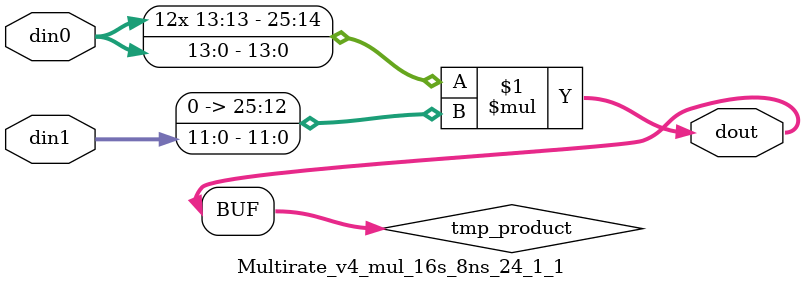
<source format=v>

`timescale 1 ns / 1 ps

 module Multirate_v4_mul_16s_8ns_24_1_1(din0, din1, dout);
parameter ID = 1;
parameter NUM_STAGE = 0;
parameter din0_WIDTH = 14;
parameter din1_WIDTH = 12;
parameter dout_WIDTH = 26;

input [din0_WIDTH - 1 : 0] din0; 
input [din1_WIDTH - 1 : 0] din1; 
output [dout_WIDTH - 1 : 0] dout;

wire signed [dout_WIDTH - 1 : 0] tmp_product;


























assign tmp_product = $signed(din0) * $signed({1'b0, din1});









assign dout = tmp_product;





















endmodule

</source>
